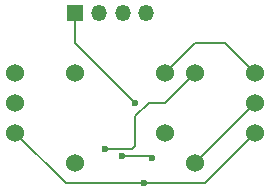
<source format=gbr>
%TF.GenerationSoftware,KiCad,Pcbnew,8.0.3*%
%TF.CreationDate,2024-07-12T00:46:39-05:00*%
%TF.ProjectId,WS2811 breakout board,57533238-3131-4206-9272-65616b6f7574,rev?*%
%TF.SameCoordinates,Original*%
%TF.FileFunction,Copper,L2,Bot*%
%TF.FilePolarity,Positive*%
%FSLAX46Y46*%
G04 Gerber Fmt 4.6, Leading zero omitted, Abs format (unit mm)*
G04 Created by KiCad (PCBNEW 8.0.3) date 2024-07-12 00:46:39*
%MOMM*%
%LPD*%
G01*
G04 APERTURE LIST*
%TA.AperFunction,ComponentPad*%
%ADD10C,1.524000*%
%TD*%
%TA.AperFunction,ComponentPad*%
%ADD11R,1.350000X1.350000*%
%TD*%
%TA.AperFunction,ComponentPad*%
%ADD12O,1.350000X1.350000*%
%TD*%
%TA.AperFunction,ViaPad*%
%ADD13C,0.600000*%
%TD*%
%TA.AperFunction,Conductor*%
%ADD14C,0.200000*%
%TD*%
G04 APERTURE END LIST*
D10*
%TO.P,REF\u002A\u002A,1*%
%TO.N,N/C*%
X152400000Y-91440000D03*
%TD*%
%TO.P,REF\u002A\u002A,1*%
%TO.N,N/C*%
X157480000Y-86360000D03*
%TD*%
%TO.P,REF\u002A\u002A,1*%
%TO.N,N/C*%
X152400000Y-83820000D03*
%TD*%
%TO.P,REF\u002A\u002A,1*%
%TO.N,N/C*%
X137160000Y-88900000D03*
%TD*%
%TO.P,REF\u002A\u002A,1*%
%TO.N,N/C*%
X142240000Y-91440000D03*
%TD*%
%TO.P,REF\u002A\u002A,1*%
%TO.N,N/C*%
X137160000Y-83820000D03*
%TD*%
%TO.P,REF\u002A\u002A,1*%
%TO.N,N/C*%
X157480000Y-88900000D03*
%TD*%
%TO.P,REF\u002A\u002A,1*%
%TO.N,N/C*%
X142240000Y-83820000D03*
%TD*%
D11*
%TO.P,REF\u002A\u002A,1*%
%TO.N,N/C*%
X142240000Y-78740000D03*
D12*
%TO.P,REF\u002A\u002A,2*%
X144240000Y-78740000D03*
%TO.P,REF\u002A\u002A,3*%
X146240000Y-78740000D03*
%TO.P,REF\u002A\u002A,4*%
X148240000Y-78740000D03*
%TD*%
D10*
%TO.P,REF\u002A\u002A,1*%
%TO.N,N/C*%
X137160000Y-86360000D03*
%TD*%
%TO.P,REF\u002A\u002A,1*%
%TO.N,N/C*%
X149860000Y-83820000D03*
%TD*%
%TO.P,REF\u002A\u002A,1*%
%TO.N,N/C*%
X149860000Y-88900000D03*
%TD*%
%TO.P,REF\u002A\u002A,1*%
%TO.N,N/C*%
X157480000Y-83820000D03*
%TD*%
D13*
%TO.N,*%
X144750855Y-90330350D03*
X148745213Y-91038677D03*
X148046614Y-93164202D03*
X146158910Y-90919766D03*
X147320000Y-86360000D03*
%TD*%
D14*
%TO.N,*%
X152400000Y-81280000D02*
X154940000Y-81280000D01*
X148626302Y-90919766D02*
X146158910Y-90919766D01*
X141409046Y-93149046D02*
X150571458Y-93149046D01*
X148429650Y-86360000D02*
X149860000Y-86360000D01*
X149860000Y-83820000D02*
X152400000Y-81280000D01*
X148046614Y-93164202D02*
X148061770Y-93149046D01*
X153230954Y-93149046D02*
X157480000Y-88900000D01*
X146999300Y-90330350D02*
X147320000Y-90009650D01*
X148061770Y-93149046D02*
X153230954Y-93149046D01*
X147320000Y-87469650D02*
X148429650Y-86360000D01*
X152400000Y-91440000D02*
X157480000Y-86360000D01*
X148745213Y-91038677D02*
X148626302Y-90919766D01*
X154940000Y-81280000D02*
X157480000Y-83820000D01*
X142240000Y-81280000D02*
X142240000Y-78740000D01*
X148031458Y-93149046D02*
X148046614Y-93164202D01*
X149860000Y-86360000D02*
X152400000Y-83820000D01*
X147320000Y-86360000D02*
X142240000Y-81280000D01*
X144750855Y-90330350D02*
X146999300Y-90330350D01*
X147320000Y-90009650D02*
X147320000Y-87469650D01*
X137160000Y-88900000D02*
X141409046Y-93149046D01*
%TD*%
M02*

</source>
